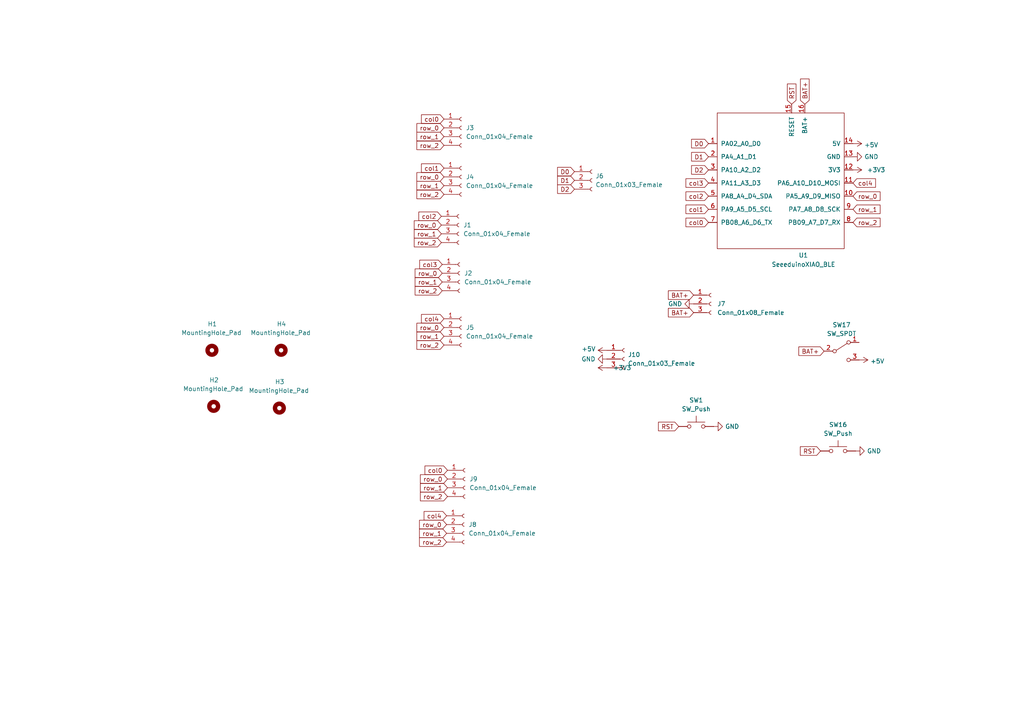
<source format=kicad_sch>
(kicad_sch (version 20211123) (generator eeschema)
  (paper "A4")
  (lib_symbols
    (symbol "Connector:Conn_01x03_Female" (pin_names (offset 1.016) hide)
      (property "Reference" "J" (at 0 5.08 0))
      (property "Value" "Conn_01x03_Female" (at 0 -5.08 0))
      (symbol "Conn_01x03_Female_1_1"
        (arc (start 0 -2.032) (mid -0.508 -2.54) (end 0 -3.048) (stroke (width 0.1524)))
        (polyline (pts (xy -1.27 -2.54) (xy -0.508 -2.54)) (stroke (width 0.1524)))
        (polyline (pts (xy -1.27 0) (xy -0.508 0)) (stroke (width 0.1524)))
        (polyline (pts (xy -1.27 2.54) (xy -0.508 2.54)) (stroke (width 0.1524)))
        (arc (start 0 0.508) (mid -0.508 0) (end 0 -0.508) (stroke (width 0.1524)))
        (arc (start 0 3.048) (mid -0.508 2.54) (end 0 2.032) (stroke (width 0.1524)))
        (pin passive line (at -5.08 2.54 0) (length 3.81) (name "Pin_1") (number "1"))
        (pin passive line (at -5.08 0 0) (length 3.81) (name "Pin_2") (number "2"))
        (pin passive line (at -5.08 -2.54 0) (length 3.81) (name "Pin_3") (number "3"))
      )
    )
    (symbol "Connector:Conn_01x04_Female" (pin_names (offset 1.016) hide)
      (property "Reference" "J" (at 0 5.08 0))
      (property "Value" "Conn_01x04_Female" (at 0 -7.62 0))
      (symbol "Conn_01x04_Female_1_1"
        (arc (start 0 -4.572) (mid -0.508 -5.08) (end 0 -5.588) (stroke (width 0.1524)))
        (arc (start 0 -2.032) (mid -0.508 -2.54) (end 0 -3.048) (stroke (width 0.1524)))
        (polyline (pts (xy -1.27 -5.08) (xy -0.508 -5.08)) (stroke (width 0.1524)))
        (polyline (pts (xy -1.27 -2.54) (xy -0.508 -2.54)) (stroke (width 0.1524)))
        (polyline (pts (xy -1.27 0) (xy -0.508 0)) (stroke (width 0.1524)))
        (polyline (pts (xy -1.27 2.54) (xy -0.508 2.54)) (stroke (width 0.1524)))
        (arc (start 0 0.508) (mid -0.508 0) (end 0 -0.508) (stroke (width 0.1524)))
        (arc (start 0 3.048) (mid -0.508 2.54) (end 0 2.032) (stroke (width 0.1524)))
        (pin passive line (at -5.08 2.54 0) (length 3.81) (name "Pin_1") (number "1"))
        (pin passive line (at -5.08 0 0) (length 3.81) (name "Pin_2") (number "2"))
        (pin passive line (at -5.08 -2.54 0) (length 3.81) (name "Pin_3") (number "3"))
        (pin passive line (at -5.08 -5.08 0) (length 3.81) (name "Pin_4") (number "4"))
      )
    )
    (symbol "Mechanical:MountingHole" (pin_names (offset 1.016))
      (property "Reference" "H" (at 0 5.08 0))
      (property "Value" "MountingHole" (at 0 3.175 0))
      (symbol "MountingHole_0_1"
        (circle (center 0 0) (radius 1.27) (stroke (width 1.27)))
      )
    )
    (symbol "Seeeduino XIAO:SeeeduinoXIAO_BLE" (pin_names (offset 1.016))
      (property "Reference" "U1" (at -0.635 -23.8506 0))
      (property "Value" "SeeeduinoXIAO_BLE" (at -0.635 -26.162 0))
      (symbol "SeeeduinoXIAO_BLE_0_1"
        (rectangle (start -19.05 20.32) (end 17.78 -19.05))
      )
      (symbol "SeeeduinoXIAO_BLE_1_1"
        (pin bidirectional line (at -21.59 11.43 0) (length 2.54) (name "PA02_A0_D0") (number "1"))
        (pin bidirectional line (at 20.32 -3.81 180) (length 2.54) (name "PA5_A9_D9_MISO") (number "10"))
        (pin bidirectional line (at 20.32 0 180) (length 2.54) (name "PA6_A10_D10_MOSI") (number "11"))
        (pin power_out line (at 20.32 3.81 180) (length 2.54) (name "3V3") (number "12"))
        (pin power_out line (at 20.32 7.62 180) (length 2.54) (name "GND") (number "13"))
        (pin power_out line (at 20.32 11.43 180) (length 2.54) (name "5V") (number "14"))
        (pin input line (at 2.54 22.86 270) (length 2.54) (name "RESET") (number "15"))
        (pin power_in line (at 6.35 22.86 270) (length 2.54) (name "BAT+") (number "16"))
        (pin bidirectional line (at -21.59 7.62 0) (length 2.54) (name "PA4_A1_D1") (number "2"))
        (pin bidirectional line (at -21.59 3.81 0) (length 2.54) (name "PA10_A2_D2") (number "3"))
        (pin unspecified line (at -21.59 0 0) (length 2.54) (name "PA11_A3_D3") (number "4"))
        (pin bidirectional line (at -21.59 -3.81 0) (length 2.54) (name "PA8_A4_D4_SDA") (number "5"))
        (pin bidirectional line (at -21.59 -7.62 0) (length 2.54) (name "PA9_A5_D5_SCL") (number "6"))
        (pin bidirectional line (at -21.59 -11.43 0) (length 2.54) (name "PB08_A6_D6_TX") (number "7"))
        (pin bidirectional line (at 20.32 -11.43 180) (length 2.54) (name "PB09_A7_D7_RX") (number "8"))
        (pin bidirectional line (at 20.32 -7.62 180) (length 2.54) (name "PA7_A8_D8_SCK") (number "9"))
      )
    )
    (symbol "Switch:SW_Push" (pin_numbers hide) (pin_names (offset 1.016) hide)
      (property "Reference" "SW" (at 1.27 2.54 0))
      (property "Value" "SW_Push" (at 0 -1.524 0))
      (symbol "SW_Push_0_1"
        (circle (center -2.032 0) (radius 0.508))
        (polyline (pts (xy 0 1.27) (xy 0 3.048)))
        (polyline (pts (xy 2.54 1.27) (xy -2.54 1.27)))
        (circle (center 2.032 0) (radius 0.508))
        (pin passive line (at -5.08 0 0) (length 2.54) (name "1") (number "1"))
        (pin passive line (at 5.08 0 180) (length 2.54) (name "2") (number "2"))
      )
    )
    (symbol "Switch:SW_SPDT" (pin_names (offset 0) hide)
      (property "Reference" "SW" (at 0 4.318 0))
      (property "Value" "SW_SPDT" (at 0 -5.08 0))
      (symbol "SW_SPDT_0_0"
        (circle (center -2.032 0) (radius 0.508))
        (circle (center 2.032 -2.54) (radius 0.508))
      )
      (symbol "SW_SPDT_0_1"
        (polyline (pts (xy -1.524 0.254) (xy 1.651 2.286)))
        (circle (center 2.032 2.54) (radius 0.508))
      )
      (symbol "SW_SPDT_1_1"
        (pin passive line (at 5.08 2.54 180) (length 2.54) (name "A") (number "1"))
        (pin passive line (at -5.08 0 0) (length 2.54) (name "B") (number "2"))
        (pin passive line (at 5.08 -2.54 180) (length 2.54) (name "C") (number "3"))
      )
    )
    (symbol "power:+3V3" (power) (pin_names (offset 0))
      (property "Value" "+3V3" (at 0 3.556 0))
      (symbol "+3V3_0_1"
        (polyline (pts (xy -0.762 1.27) (xy 0 2.54)))
        (polyline (pts (xy 0 0) (xy 0 2.54)))
        (polyline (pts (xy 0 2.54) (xy 0.762 1.27)))
      )
      (symbol "+3V3_1_1"
        (pin power_in line (at 0 0 90) (length 0) hide (name "+3V3") (number "1"))
      )
    )
    (symbol "power:+5V" (power) (pin_names (offset 0))
      (property "Value" "+5V" (at 0 3.556 0))
      (symbol "+5V_0_1"
        (polyline (pts (xy -0.762 1.27) (xy 0 2.54)))
        (polyline (pts (xy 0 0) (xy 0 2.54)))
        (polyline (pts (xy 0 2.54) (xy 0.762 1.27)))
      )
      (symbol "+5V_1_1"
        (pin power_in line (at 0 0 90) (length 0) hide (name "+5V") (number "1"))
      )
    )
    (symbol "power:GND" (power) (pin_names (offset 0))
      (property "Value" "GND" (at 0 -3.81 0))
      (symbol "GND_0_1"
        (polyline (pts (xy 0 0) (xy 0 -1.27) (xy 1.27 -1.27) (xy 0 -2.54) (xy -1.27 -1.27) (xy 0 -1.27)))
      )
      (symbol "GND_1_1"
        (pin power_in line (at 0 0 270) (length 0) hide (name "GND") (number "1"))
      )
    )
  )
  (global_label "row_0" (shape input) (at 128.778 94.996 180) (property "Intersheet References" "${INTERSHEET_REFS}" (effects hide)))
  (global_label "row_1" (shape input) (at 247.396 60.706 0) (property "Intersheet References" "${INTERSHEET_REFS}" (effects hide)))
  (global_label "row_0" (shape input) (at 247.396 56.896 0) (property "Intersheet References" "${INTERSHEET_REFS}" (effects hide)))
  (global_label "row_0" (shape input) (at 129.794 138.938 180) (property "Intersheet References" "${INTERSHEET_REFS}" (effects hide)))
  (global_label "col4" (shape input) (at 128.778 92.456 180) (property "Intersheet References" "${INTERSHEET_REFS}" (effects hide)))
  (global_label "col1" (shape input) (at 128.778 48.768 180) (property "Intersheet References" "${INTERSHEET_REFS}" (effects hide)))
  (global_label "row_1" (shape input) (at 129.54 154.686 180) (property "Intersheet References" "${INTERSHEET_REFS}" (effects hide)))
  (global_label "col4" (shape input) (at 129.54 149.606 180) (property "Intersheet References" "${INTERSHEET_REFS}" (effects hide)))
  (global_label "BAT+" (shape input) (at 201.168 90.678 180) (property "Intersheet References" "${INTERSHEET_REFS}" (effects hide)))
  (global_label "D1" (shape input) (at 205.486 45.466 180) (property "Intersheet References" "${INTERSHEET_REFS}" (effects hide)))
  (global_label "row_2" (shape input) (at 129.54 157.226 180) (property "Intersheet References" "${INTERSHEET_REFS}" (effects hide)))
  (global_label "row_0" (shape input) (at 129.54 152.146 180) (property "Intersheet References" "${INTERSHEET_REFS}" (effects hide)))
  (global_label "row_2" (shape input) (at 128.778 56.388 180) (property "Intersheet References" "${INTERSHEET_REFS}" (effects hide)))
  (global_label "col3" (shape input) (at 205.486 53.086 180) (property "Intersheet References" "${INTERSHEET_REFS}" (effects hide)))
  (global_label "BAT+" (shape input) (at 239.014 101.854 180) (property "Intersheet References" "${INTERSHEET_REFS}" (effects hide)))
  (global_label "col2" (shape input) (at 128.016 62.738 180) (property "Intersheet References" "${INTERSHEET_REFS}" (effects hide)))
  (global_label "col1" (shape input) (at 205.486 60.706 180) (property "Intersheet References" "${INTERSHEET_REFS}" (effects hide)))
  (global_label "row_1" (shape input) (at 129.794 141.478 180) (property "Intersheet References" "${INTERSHEET_REFS}" (effects hide)))
  (global_label "RST" (shape input) (at 229.616 30.226 90) (property "Intersheet References" "${INTERSHEET_REFS}" (effects hide)))
  (global_label "D0" (shape input) (at 166.624 49.784 180) (property "Intersheet References" "${INTERSHEET_REFS}" (effects hide)))
  (global_label "col4" (shape input) (at 247.396 53.086 0) (property "Intersheet References" "${INTERSHEET_REFS}" (effects hide)))
  (global_label "RST" (shape input) (at 237.998 130.81 180) (property "Intersheet References" "${INTERSHEET_REFS}" (effects hide)))
  (global_label "row_0" (shape input) (at 128.27 79.248 180) (property "Intersheet References" "${INTERSHEET_REFS}" (effects hide)))
  (global_label "D2" (shape input) (at 205.486 49.276 180) (property "Intersheet References" "${INTERSHEET_REFS}" (effects hide)))
  (global_label "row_1" (shape input) (at 128.778 97.536 180) (property "Intersheet References" "${INTERSHEET_REFS}" (effects hide)))
  (global_label "col0" (shape input) (at 128.778 34.544 180) (property "Intersheet References" "${INTERSHEET_REFS}" (effects hide)))
  (global_label "D2" (shape input) (at 166.624 54.864 180) (property "Intersheet References" "${INTERSHEET_REFS}" (effects hide)))
  (global_label "row_2" (shape input) (at 128.27 84.328 180) (property "Intersheet References" "${INTERSHEET_REFS}" (effects hide)))
  (global_label "col0" (shape input) (at 205.486 64.516 180) (property "Intersheet References" "${INTERSHEET_REFS}" (effects hide)))
  (global_label "row_0" (shape input) (at 128.778 37.084 180) (property "Intersheet References" "${INTERSHEET_REFS}" (effects hide)))
  (global_label "row_2" (shape input) (at 128.016 70.358 180) (property "Intersheet References" "${INTERSHEET_REFS}" (effects hide)))
  (global_label "row_2" (shape input) (at 128.778 100.076 180) (property "Intersheet References" "${INTERSHEET_REFS}" (effects hide)))
  (global_label "BAT+" (shape input) (at 233.426 30.226 90) (property "Intersheet References" "${INTERSHEET_REFS}" (effects hide)))
  (global_label "row_1" (shape input) (at 128.016 67.818 180) (property "Intersheet References" "${INTERSHEET_REFS}" (effects hide)))
  (global_label "row_2" (shape input) (at 128.778 42.164 180) (property "Intersheet References" "${INTERSHEET_REFS}" (effects hide)))
  (global_label "row_2" (shape input) (at 129.794 144.018 180) (property "Intersheet References" "${INTERSHEET_REFS}" (effects hide)))
  (global_label "BAT+" (shape input) (at 201.168 85.598 180) (property "Intersheet References" "${INTERSHEET_REFS}" (effects hide)))
  (global_label "RST" (shape input) (at 196.85 123.698 180) (property "Intersheet References" "${INTERSHEET_REFS}" (effects hide)))
  (global_label "row_1" (shape input) (at 128.778 53.848 180) (property "Intersheet References" "${INTERSHEET_REFS}" (effects hide)))
  (global_label "col3" (shape input) (at 128.27 76.708 180) (property "Intersheet References" "${INTERSHEET_REFS}" (effects hide)))
  (global_label "row_2" (shape input) (at 247.396 64.516 0) (property "Intersheet References" "${INTERSHEET_REFS}" (effects hide)))
  (global_label "D0" (shape input) (at 205.486 41.656 180) (property "Intersheet References" "${INTERSHEET_REFS}" (effects hide)))
  (global_label "row_0" (shape input) (at 128.778 51.308 180) (property "Intersheet References" "${INTERSHEET_REFS}" (effects hide)))
  (global_label "row_0" (shape input) (at 128.016 65.278 180) (property "Intersheet References" "${INTERSHEET_REFS}" (effects hide)))
  (global_label "row_1" (shape input) (at 128.778 39.624 180) (property "Intersheet References" "${INTERSHEET_REFS}" (effects hide)))
  (global_label "row_1" (shape input) (at 128.27 81.788 180) (property "Intersheet References" "${INTERSHEET_REFS}" (effects hide)))
  (global_label "col0" (shape input) (at 129.794 136.398 180) (property "Intersheet References" "${INTERSHEET_REFS}" (effects hide)))
  (global_label "D1" (shape input) (at 166.624 52.324 180) (property "Intersheet References" "${INTERSHEET_REFS}" (effects hide)))
  (global_label "col2" (shape input) (at 205.486 56.896 180) (property "Intersheet References" "${INTERSHEET_REFS}" (effects hide)))
  (symbol (lib_id "power:GND") (at 201.168 88.138 270) (unit 1)
    (property "Reference" "#PWR0106" (effects hide))
    (property "Value" "GND" (at 197.866 88.138 90) (effects (justify right)))
  )
  (symbol (lib_id "power:+3V3") (at 247.396 49.276 270) (unit 1)
    (property "Reference" "#PWR0102" (effects hide))
    (property "Value" "+3V3" (at 251.46 49.2759 90) (effects (justify left)))
  )
  (symbol (lib_id "Connector:Conn_01x04_Female") (at 134.874 138.938 0) (unit 1)
    (property "Reference" "J9" (at 136.144 138.9379 0) (effects (justify left)))
    (property "Value" "Conn_01x04_Female" (at 136.144 141.4779 0) (effects (justify left)))
    (property "Footprint" "Alaa:4THT" (effects hide))
  )
  (symbol (lib_id "power:+5V") (at 249.174 104.394 270) (unit 1)
    (property "Reference" "#PWR0104" (effects hide))
    (property "Value" "+5V" (at 252.4252 104.775 90) (effects (justify left)))
  )
  (symbol (lib_id "Mechanical:MountingHole") (at 81.026 118.364 0) (unit 1)
    (property "Reference" "H3" (at 79.756 110.744 0) (effects (justify left)))
    (property "Value" "MountingHole_Pad" (at 72.136 113.284 0) (effects (justify left)))
    (property "Footprint" "Alaa:MountingHole_M3" (effects hide))
  )
  (symbol (lib_id "power:GND") (at 248.158 130.81 90) (unit 1)
    (property "Reference" "#PWR0105" (effects hide))
    (property "Value" "GND" (at 251.46 130.81 90) (effects (justify right)))
  )
  (symbol (lib_id "power:GND") (at 176.022 104.14 270) (unit 1)
    (property "Reference" "#PWR0109" (effects hide))
    (property "Value" "GND" (at 172.72 104.14 90) (effects (justify right)))
  )
  (symbol (lib_id "Switch:SW_Push") (at 243.078 130.81 0) (unit 1)
    (property "Reference" "SW16" (at 243.078 123.19 0))
    (property "Value" "SW_Push" (at 243.078 125.73 0))
    (property "Footprint" "Alaa:ResetSW" (effects hide))
  )
  (symbol (lib_id "Mechanical:MountingHole") (at 61.468 101.6 0) (unit 1)
    (property "Reference" "H1" (at 60.198 93.98 0) (effects (justify left)))
    (property "Value" "MountingHole_Pad" (at 52.578 96.52 0) (effects (justify left)))
    (property "Footprint" "Alaa:MountingHole_M3" (effects hide))
  )
  (symbol (lib_id "Connector:Conn_01x03_Female") (at 181.102 104.14 0) (unit 1)
    (property "Reference" "J10" (at 182.118 102.8699 0) (effects (justify left)))
    (property "Value" "Conn_01x03_Female" (at 182.118 105.4099 0) (effects (justify left)))
    (property "Footprint" "Connector_PinHeader_2.00mm:PinHeader_1x03_P2.00mm_Vertical" (effects hide))
  )
  (symbol (lib_id "Seeeduino XIAO:SeeeduinoXIAO_BLE") (at 227.076 53.086 0) (unit 1)
    (property "Reference" "U1" (at 231.6354 74.0394 0) (effects (justify left)))
    (property "Value" "SeeeduinoXIAO_BLE" (at 223.774 76.708 0) (effects (justify left)))
    (property "Footprint" "Alaa:SeeeduinoXIAO-2.54-21X17.8MM" (effects hide))
  )
  (symbol (lib_id "Connector:Conn_01x04_Female") (at 133.858 94.996 0) (unit 1)
    (property "Reference" "J5" (at 135.128 94.9959 0) (effects (justify left)))
    (property "Value" "Conn_01x04_Female" (at 135.128 97.5359 0) (effects (justify left)))
    (property "Footprint" "Alaa:4THT" (effects hide))
  )
  (symbol (lib_id "Mechanical:MountingHole") (at 61.976 117.856 0) (unit 1)
    (property "Reference" "H2" (at 60.706 110.236 0) (effects (justify left)))
    (property "Value" "MountingHole_Pad" (at 53.086 112.776 0) (effects (justify left)))
    (property "Footprint" "Alaa:MountingHole_M3" (effects hide))
  )
  (symbol (lib_id "Switch:SW_SPDT") (at 244.094 101.854 0) (unit 1)
    (property "Reference" "SW17" (at 244.094 94.234 0))
    (property "Value" "SW_SPDT" (at 244.094 96.774 0))
    (property "Footprint" "Alaa:SW_CuK_OS102011MA1QN1_SPDT_Angled" (effects hide))
    (property "LCSC(not included)" "C226259" (effects hide))
  )
  (symbol (lib_id "power:GND") (at 247.396 45.466 90) (unit 1)
    (property "Reference" "#PWR0101" (effects hide))
    (property "Value" "GND" (at 250.698 45.466 90) (effects (justify right)))
  )
  (symbol (lib_id "Connector:Conn_01x03_Female") (at 206.248 88.138 0) (unit 1)
    (property "Reference" "J7" (at 208.026 88.1379 0) (effects (justify left)))
    (property "Value" "Conn_01x08_Female" (at 208.026 90.6779 0) (effects (justify left)))
    (property "Footprint" "Alaa:3JST_BAT" (effects hide))
  )
  (symbol (lib_id "power:+3V3") (at 176.022 106.68 90) (unit 1)
    (property "Reference" "#PWR0108" (effects hide))
    (property "Value" "+3V3" (at 177.8 106.6799 90) (effects (justify right)))
  )
  (symbol (lib_id "Switch:SW_Push") (at 201.93 123.698 0) (unit 1)
    (property "Reference" "SW1" (at 201.93 116.078 0))
    (property "Value" "SW_Push" (at 201.93 118.618 0))
    (property "Footprint" "Alaa:reset_10x10mm" (effects hide))
  )
  (symbol (lib_id "Connector:Conn_01x04_Female") (at 133.096 65.278 0) (unit 1)
    (property "Reference" "J1" (at 134.366 65.2779 0) (effects (justify left)))
    (property "Value" "Conn_01x04_Female" (at 134.366 67.8179 0) (effects (justify left)))
    (property "Footprint" "Alaa:4THT" (effects hide))
  )
  (symbol (lib_id "Connector:Conn_01x04_Female") (at 133.35 79.248 0) (unit 1)
    (property "Reference" "J2" (at 134.62 79.2479 0) (effects (justify left)))
    (property "Value" "Conn_01x04_Female" (at 134.62 81.7879 0) (effects (justify left)))
    (property "Footprint" "Alaa:4THT" (effects hide))
  )
  (symbol (lib_id "Connector:Conn_01x03_Female") (at 171.704 52.324 0) (unit 1)
    (property "Reference" "J6" (at 172.72 51.0539 0) (effects (justify left)))
    (property "Value" "Conn_01x03_Female" (at 172.72 53.5939 0) (effects (justify left)))
    (property "Footprint" "Connector_PinHeader_2.00mm:PinHeader_1x03_P2.00mm_Vertical" (effects hide))
  )
  (symbol (lib_id "Mechanical:MountingHole") (at 81.534 101.6 0) (unit 1)
    (property "Reference" "H4" (at 80.264 93.98 0) (effects (justify left)))
    (property "Value" "MountingHole_Pad" (at 72.644 96.52 0) (effects (justify left)))
    (property "Footprint" "Alaa:MountingHole_M3" (effects hide))
  )
  (symbol (lib_id "Connector:Conn_01x04_Female") (at 133.858 37.084 0) (unit 1)
    (property "Reference" "J3" (at 135.128 37.0839 0) (effects (justify left)))
    (property "Value" "Conn_01x04_Female" (at 135.128 39.6239 0) (effects (justify left)))
    (property "Footprint" "Alaa:4THT" (effects hide))
  )
  (symbol (lib_id "power:+5V") (at 176.022 101.6 90) (unit 1)
    (property "Reference" "#PWR0110" (effects hide))
    (property "Value" "+5V" (at 172.7708 101.219 90) (effects (justify left)))
  )
  (symbol (lib_id "power:+5V") (at 247.396 41.656 270) (unit 1)
    (property "Reference" "#PWR0103" (effects hide))
    (property "Value" "+5V" (at 250.6472 42.037 90) (effects (justify left)))
  )
  (symbol (lib_id "Connector:Conn_01x04_Female") (at 134.62 152.146 0) (unit 1)
    (property "Reference" "J8" (at 135.89 152.1459 0) (effects (justify left)))
    (property "Value" "Conn_01x04_Female" (at 135.89 154.6859 0) (effects (justify left)))
    (property "Footprint" "Alaa:4THT" (effects hide))
  )
  (symbol (lib_id "Connector:Conn_01x04_Female") (at 133.858 51.308 0) (unit 1)
    (property "Reference" "J4" (at 135.128 51.3079 0) (effects (justify left)))
    (property "Value" "Conn_01x04_Female" (at 135.128 53.8479 0) (effects (justify left)))
    (property "Footprint" "Alaa:4THT" (effects hide))
  )
  (symbol (lib_id "power:GND") (at 207.01 123.698 90) (unit 1)
    (property "Reference" "#PWR0107" (effects hide))
    (property "Value" "GND" (at 210.312 123.698 90) (effects (justify right)))
  )
)
</source>
